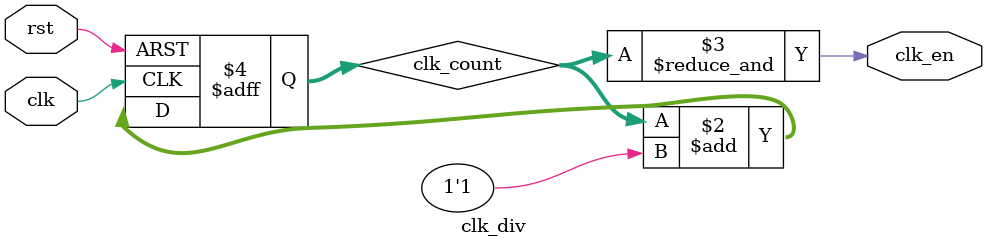
<source format=v>
`timescale 1ns / 1ps

module clk_div(
               input  clk, 
               input  rst,
               output clk_en
               );
   reg [24:0]         clk_count;
   
   always @ (posedge clk, posedge rst)
     begin
        if (rst) clk_count <= 0;
        else clk_count <= clk_count+1'b1;
     end
   
   assign clk_en = &clk_count;
   
endmodule

</source>
